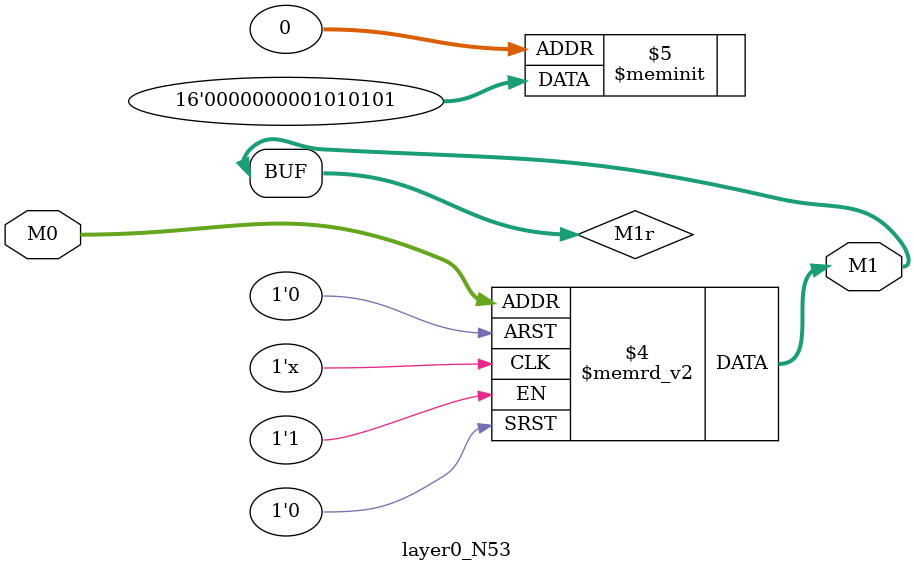
<source format=v>
module layer0_N53 ( input [2:0] M0, output [1:0] M1 );

	(*rom_style = "distributed" *) reg [1:0] M1r;
	assign M1 = M1r;
	always @ (M0) begin
		case (M0)
			3'b000: M1r = 2'b01;
			3'b100: M1r = 2'b00;
			3'b010: M1r = 2'b01;
			3'b110: M1r = 2'b00;
			3'b001: M1r = 2'b01;
			3'b101: M1r = 2'b00;
			3'b011: M1r = 2'b01;
			3'b111: M1r = 2'b00;

		endcase
	end
endmodule

</source>
